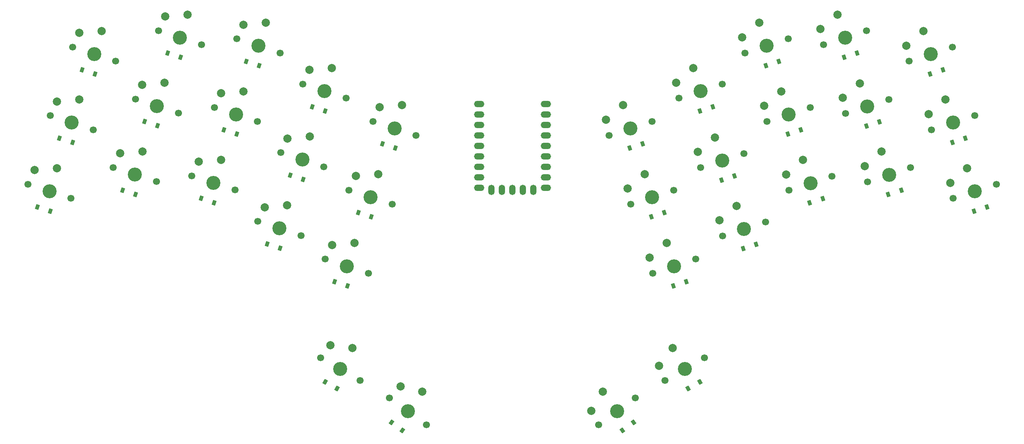
<source format=gbr>
%TF.GenerationSoftware,KiCad,Pcbnew,(6.0.7-1)-1*%
%TF.CreationDate,2023-02-18T17:29:49+08:00*%
%TF.ProjectId,karp2040,6b617270-3230-4343-902e-6b696361645f,rev?*%
%TF.SameCoordinates,Original*%
%TF.FileFunction,Soldermask,Top*%
%TF.FilePolarity,Negative*%
%FSLAX46Y46*%
G04 Gerber Fmt 4.6, Leading zero omitted, Abs format (unit mm)*
G04 Created by KiCad (PCBNEW (6.0.7-1)-1) date 2023-02-18 17:29:49*
%MOMM*%
%LPD*%
G01*
G04 APERTURE LIST*
G04 Aperture macros list*
%AMRotRect*
0 Rectangle, with rotation*
0 The origin of the aperture is its center*
0 $1 length*
0 $2 width*
0 $3 Rotation angle, in degrees counterclockwise*
0 Add horizontal line*
21,1,$1,$2,0,0,$3*%
G04 Aperture macros list end*
%ADD10O,2.500000X1.500000*%
%ADD11O,1.500000X2.500000*%
%ADD12C,1.700000*%
%ADD13C,3.400000*%
%ADD14C,2.000000*%
%ADD15RotRect,0.900000X1.200000X324.000000*%
%ADD16RotRect,0.900000X1.200000X18.000000*%
%ADD17RotRect,0.900000X1.200000X342.000000*%
%ADD18RotRect,0.900000X1.200000X30.000000*%
%ADD19RotRect,0.900000X1.200000X330.000000*%
%ADD20RotRect,0.900000X1.200000X36.000000*%
G04 APERTURE END LIST*
D10*
%TO.C,U1*%
X301380994Y126444726D03*
X301380994Y123904726D03*
X301380994Y121364726D03*
X301380994Y118824726D03*
X301380994Y116284726D03*
X301380994Y113744726D03*
X301380994Y111204726D03*
X301380994Y108664726D03*
X301380994Y106124726D03*
D11*
X298340994Y105624726D03*
X295800994Y105624726D03*
X293260994Y105624726D03*
X290720994Y105624726D03*
X288180994Y105624726D03*
D10*
X285140994Y106124726D03*
X285140994Y108664726D03*
X285140994Y111204726D03*
X285140994Y113744726D03*
X285140994Y116284726D03*
X285140994Y118824726D03*
X285140994Y121364726D03*
X285140994Y123904726D03*
X285140994Y126444726D03*
%TD*%
D12*
%TO.C,K8*%
X272355621Y48692484D03*
D13*
X267906028Y51925302D03*
D12*
X263456434Y55158121D03*
D14*
X271373961Y56698503D03*
D15*
X263926116Y49254572D03*
X266595872Y47314880D03*
D14*
X266094527Y57938493D03*
%TD*%
D13*
%TO.C,K28*%
X365490543Y107265794D03*
D12*
X370721353Y108965388D03*
X360259732Y105566201D03*
D14*
X363667342Y112877028D03*
D16*
X365311876Y102476162D03*
X368450362Y103495918D03*
D14*
X359560995Y109334724D03*
%TD*%
D12*
%TO.C,K27*%
X354980186Y122235131D03*
X365441807Y125634318D03*
D13*
X360210997Y123934724D03*
D14*
X358387796Y129545958D03*
D16*
X360032330Y119145092D03*
X363170816Y120164848D03*
D14*
X354281449Y126003654D03*
%TD*%
D12*
%TO.C,K14*%
X231530185Y97984319D03*
D13*
X236760995Y96284725D03*
D12*
X241991806Y94585132D03*
D14*
X238584196Y101895959D03*
D17*
X233801176Y92514849D03*
D14*
X233179977Y101443825D03*
D17*
X236939662Y91495093D03*
%TD*%
D12*
%TO.C,K19*%
X332351230Y105564073D03*
D13*
X327120420Y103864479D03*
D12*
X321889609Y102164886D03*
D14*
X325297219Y109475713D03*
D16*
X326941753Y99074847D03*
X330080239Y100094603D03*
D14*
X321190872Y105933409D03*
%TD*%
D13*
%TO.C,K26*%
X354870420Y140564478D03*
D12*
X360101230Y142264072D03*
X349639609Y138864885D03*
D14*
X353047219Y146175712D03*
D16*
X354691753Y135774846D03*
D14*
X348940872Y142633408D03*
D16*
X357830239Y136794602D03*
%TD*%
D12*
%TO.C,K17*%
X258341807Y85435133D03*
X247880186Y88834320D03*
D13*
X253110996Y87134726D03*
D14*
X254934197Y92745960D03*
D17*
X250151177Y83364850D03*
X253289663Y82345094D03*
D14*
X249529978Y92293826D03*
%TD*%
D13*
%TO.C,K1*%
X191851570Y138564478D03*
D12*
X186620760Y140264072D03*
X197082381Y136864885D03*
D14*
X193674771Y144175712D03*
D17*
X188891751Y134794602D03*
X192030237Y133774846D03*
D14*
X188270552Y143723578D03*
%TD*%
D12*
%TO.C,K3*%
X175780185Y106984318D03*
D13*
X181010995Y105284724D03*
D12*
X186241806Y103585131D03*
D14*
X182834196Y110895958D03*
D17*
X178051176Y101514848D03*
X181189662Y100495092D03*
D14*
X177429977Y110443824D03*
%TD*%
D12*
%TO.C,K25*%
X330247855Y59431839D03*
D13*
X335010995Y62181839D03*
D12*
X339774135Y64931839D03*
D14*
X332060995Y67291389D03*
D18*
X335832053Y57459725D03*
D14*
X328780868Y62972736D03*
D18*
X338689937Y59109725D03*
%TD*%
D13*
%TO.C,K7*%
X201710993Y109334726D03*
D12*
X196480183Y111034320D03*
X206941804Y107635133D03*
D14*
X203534194Y114945960D03*
D17*
X198751174Y105564850D03*
X201889660Y104545094D03*
D14*
X198129975Y114493826D03*
%TD*%
D13*
%TO.C,K24*%
X349390543Y96165794D03*
D12*
X344159732Y94466201D03*
X354621353Y97865388D03*
D14*
X347567342Y101777028D03*
D16*
X349211876Y91376162D03*
X352350362Y92395918D03*
D14*
X343460995Y98234724D03*
%TD*%
D12*
%TO.C,K23*%
X338889609Y111064887D03*
X349351230Y114464074D03*
D13*
X344120420Y112764480D03*
D14*
X342297219Y118375714D03*
D16*
X343941753Y107974848D03*
X347080239Y108994604D03*
D14*
X338190872Y114833410D03*
%TD*%
D13*
%TO.C,K22*%
X338870420Y129564478D03*
D12*
X333639609Y127864885D03*
X344101230Y131264072D03*
D14*
X337047219Y135175712D03*
D16*
X338691753Y124774846D03*
X341830239Y125794602D03*
D14*
X332940872Y131633408D03*
%TD*%
D13*
%TO.C,K31*%
X384540543Y109315794D03*
D12*
X389771353Y111015388D03*
X379309732Y107616201D03*
D14*
X382717342Y114927028D03*
D16*
X384361876Y104526162D03*
X387500362Y105545918D03*
D14*
X378610995Y111384724D03*
%TD*%
D12*
%TO.C,K15*%
X269882381Y118864888D03*
D13*
X264651570Y120564481D03*
D12*
X259420760Y122264075D03*
D14*
X266474771Y126175715D03*
D17*
X261691751Y116794605D03*
X264830237Y115774849D03*
D14*
X261070552Y125723581D03*
%TD*%
D12*
%TO.C,K16*%
X253620762Y105564074D03*
X264082383Y102164887D03*
D13*
X258851572Y103864480D03*
D14*
X260674773Y109475714D03*
D17*
X255891753Y100094604D03*
X259030239Y99074848D03*
D14*
X255270554Y109023580D03*
%TD*%
D12*
%TO.C,K4*%
X256274134Y59431839D03*
X246747854Y64931839D03*
D13*
X251510994Y62181839D03*
D14*
X254460994Y67291389D03*
D19*
X247832052Y59109725D03*
X250689936Y57459725D03*
D14*
X249080867Y67972736D03*
%TD*%
D13*
%TO.C,K10*%
X226210996Y123934725D03*
D12*
X231441807Y122235132D03*
X220980186Y125634319D03*
D14*
X228034197Y129545959D03*
D17*
X223251177Y120164849D03*
X226389663Y119145093D03*
D14*
X222629978Y129093825D03*
%TD*%
D13*
%TO.C,K29*%
X373870419Y142564480D03*
D12*
X368639608Y140864887D03*
X379101229Y144264074D03*
D14*
X372047218Y148175714D03*
D16*
X373691752Y137774848D03*
X376830238Y138794604D03*
D14*
X367940871Y144633410D03*
%TD*%
D12*
%TO.C,K13*%
X247532381Y111264888D03*
X237070760Y114664075D03*
D13*
X242301570Y112964481D03*
D14*
X244124771Y118575715D03*
D17*
X239341751Y109194605D03*
D14*
X238720552Y118123581D03*
D17*
X242480237Y108174849D03*
%TD*%
D12*
%TO.C,K12*%
X242420760Y131264071D03*
X252882381Y127864884D03*
D13*
X247651570Y129564477D03*
D14*
X249474771Y135175711D03*
D17*
X244691751Y125794601D03*
D14*
X244070552Y134723577D03*
D17*
X247830237Y124774845D03*
%TD*%
D12*
%TO.C,K5*%
X217882380Y140864887D03*
X207420759Y144264074D03*
D13*
X212651569Y142564480D03*
D14*
X214474770Y148175714D03*
D17*
X209691750Y138794604D03*
D14*
X209070551Y147723580D03*
D17*
X212830236Y137774848D03*
%TD*%
D12*
%TO.C,K30*%
X374030185Y124185131D03*
X384491806Y127584318D03*
D13*
X379260996Y125884724D03*
D14*
X377437795Y131495958D03*
D16*
X379082329Y121095092D03*
X382220815Y122114848D03*
D14*
X373331448Y127953654D03*
%TD*%
D12*
%TO.C,K6*%
X201830186Y127684320D03*
X212291807Y124285133D03*
D13*
X207060996Y125984726D03*
D14*
X208884197Y131595960D03*
D17*
X204101177Y122214850D03*
D14*
X203479978Y131143826D03*
D17*
X207239663Y121195094D03*
%TD*%
D13*
%TO.C,K9*%
X231651572Y140564481D03*
D12*
X236882383Y138864888D03*
X226420762Y142264075D03*
D14*
X233474773Y146175715D03*
D17*
X228691753Y136794605D03*
X231830239Y135774849D03*
D14*
X228070554Y145723581D03*
%TD*%
D12*
%TO.C,K32*%
X399901228Y140264072D03*
D13*
X394670418Y138564478D03*
D12*
X389439607Y136864885D03*
D14*
X392847217Y144175712D03*
D16*
X394491751Y133774846D03*
D14*
X388740870Y140633408D03*
D16*
X397630237Y134794602D03*
%TD*%
D12*
%TO.C,K11*%
X225991807Y105635132D03*
X215530186Y109034319D03*
D13*
X220760996Y107334725D03*
D14*
X222584197Y112945959D03*
D17*
X217801177Y103564849D03*
D14*
X217179978Y112493825D03*
D17*
X220939663Y102545093D03*
%TD*%
D12*
%TO.C,K20*%
X337691807Y88834319D03*
D13*
X332460997Y87134725D03*
D12*
X327230186Y85435132D03*
D14*
X330637796Y92745959D03*
D16*
X332282330Y82345093D03*
X335420816Y83364849D03*
D14*
X326531449Y89203655D03*
%TD*%
D12*
%TO.C,K18*%
X316639608Y118864886D03*
D13*
X321870419Y120564479D03*
D12*
X327101229Y122264073D03*
D14*
X320047218Y126175713D03*
D16*
X321691752Y115774847D03*
D14*
X315940871Y122633409D03*
D16*
X324830238Y116794603D03*
%TD*%
D12*
%TO.C,K21*%
X314166367Y48692484D03*
D13*
X318615960Y51925302D03*
D12*
X323065554Y55158121D03*
D14*
X315148027Y56698503D03*
D20*
X319926116Y47314880D03*
D14*
X312337291Y52060641D03*
D20*
X322595872Y49254572D03*
%TD*%
D12*
%TO.C,K34*%
X400080185Y103585132D03*
X410541806Y106984319D03*
D13*
X405310996Y105284725D03*
D14*
X403487795Y110895959D03*
D16*
X405132329Y100495093D03*
X408270815Y101514849D03*
D14*
X399381448Y107353655D03*
%TD*%
D12*
%TO.C,K33*%
X405291807Y123634319D03*
X394830186Y120235132D03*
D13*
X400060997Y121934725D03*
D14*
X398237796Y127545959D03*
D16*
X399882330Y117145093D03*
D14*
X394131449Y124003655D03*
D16*
X403020816Y118164849D03*
%TD*%
D12*
%TO.C,K2*%
X181180185Y123634320D03*
D13*
X186410995Y121934726D03*
D12*
X191641806Y120235133D03*
D14*
X188234196Y127545960D03*
D17*
X183451176Y118164850D03*
D14*
X182829977Y127093826D03*
D17*
X186589662Y117145094D03*
%TD*%
M02*

</source>
